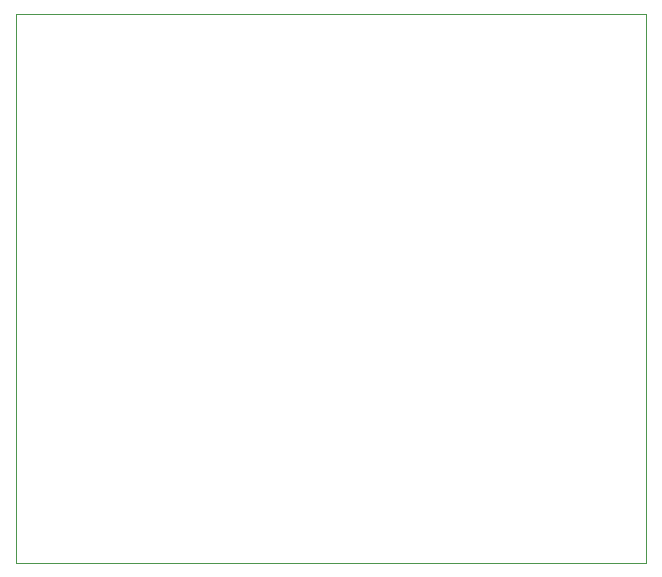
<source format=gbr>
%TF.GenerationSoftware,KiCad,Pcbnew,5.1.9-73d0e3b20d~88~ubuntu20.04.1*%
%TF.CreationDate,2021-04-18T23:12:54+02:00*%
%TF.ProjectId,interrupter,696e7465-7272-4757-9074-65722e6b6963,rev?*%
%TF.SameCoordinates,Original*%
%TF.FileFunction,Profile,NP*%
%FSLAX46Y46*%
G04 Gerber Fmt 4.6, Leading zero omitted, Abs format (unit mm)*
G04 Created by KiCad (PCBNEW 5.1.9-73d0e3b20d~88~ubuntu20.04.1) date 2021-04-18 23:12:54*
%MOMM*%
%LPD*%
G01*
G04 APERTURE LIST*
%TA.AperFunction,Profile*%
%ADD10C,0.050000*%
%TD*%
G04 APERTURE END LIST*
D10*
X226060000Y-74168000D02*
X226060000Y-74930000D01*
X172720000Y-74295000D02*
X172720000Y-74168000D01*
X172720000Y-74295000D02*
X172720000Y-74930000D01*
X172720000Y-120650000D02*
X226060000Y-120650000D01*
X172720000Y-74930000D02*
X172720000Y-120650000D01*
X208280000Y-74168000D02*
X172720000Y-74168000D01*
X226060000Y-109220000D02*
X226060000Y-107950000D01*
X226060000Y-119380000D02*
X226060000Y-120650000D01*
X226060000Y-109220000D02*
X226060000Y-119380000D01*
X226060000Y-107950000D02*
X226060000Y-74930000D01*
X208280000Y-74168000D02*
X226060000Y-74168000D01*
M02*

</source>
